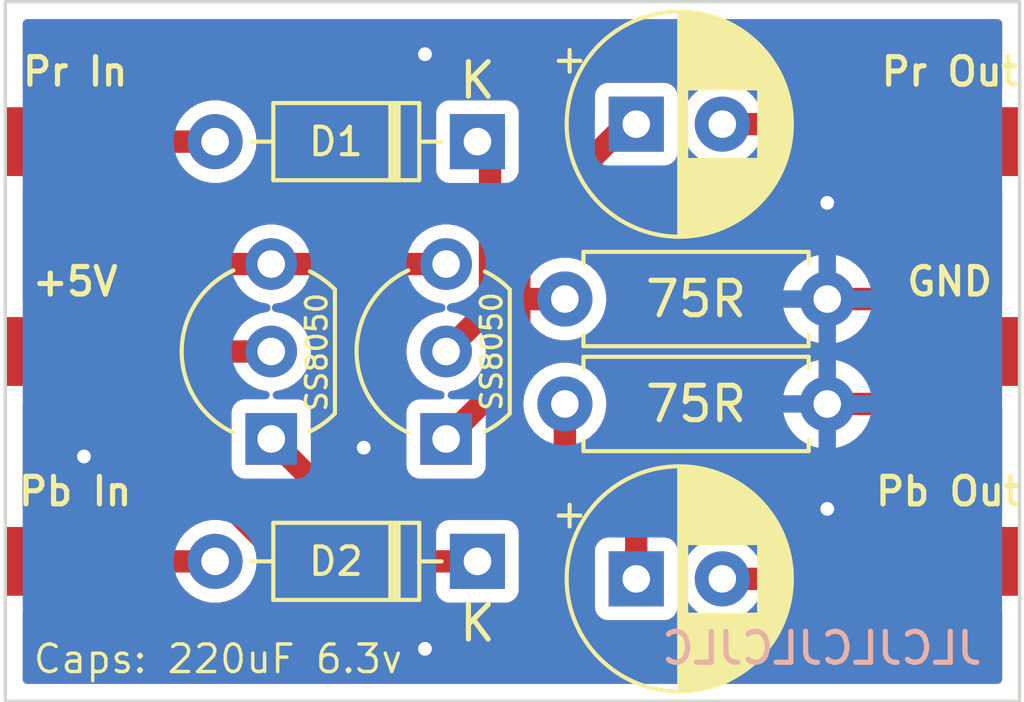
<source format=kicad_pcb>
(kicad_pcb (version 20221018) (generator pcbnew)
  (layers (0 "F.Cu" signal) (31 "B.Cu" signal) (34 "B.Paste" user) (35 "F.Paste" user) (36 "B.SilkS" user "B.Silkscreen") (37 "F.SilkS" user "F.Silkscreen") (38 "B.Mask" user) (39 "F.Mask" user) (44 "Edge.Cuts" user))
  (net 0 "")
  (net 1 "Net-(Q1-E)")
  (net 2 "Net-(J5-Pin_1)")
  (net 3 "Net-(D1-K)")
  (net 4 "Net-(D1-A)")
  (net 5 "+5V")
  (net 6 "GND")
  (net 7 "Net-(J6-Pin_1)")
  (net 8 "Net-(Q2-E)")
  (net 9 "Net-(D2-K)")
  (net 10 "Net-(D2-A)")
  (footprint "Package_TO_SOT_THT:TO-92_Inline_Wide" (layer "F.Cu") (at 122.534 67.056 90)
    (fp_text reference "Q1" hide)
    (fp_text value "S8050/SS8050" hide)
    (fp_line (start 0.74 1.85) (end 4.34 1.85) (stroke (width 0.12)) (layer "F.SilkS"))
    (fp_arc (start 0.1836 -1.098807) (mid 1.143021 -2.192817) (end 2.54 -2.6) (stroke (width 0.12)) (layer "F.SilkS"))
    (fp_arc (start 0.74 1.85) (mid 0.446097 1.509328) (end 0.215816 1.122795) (stroke (width 0.12)) (layer "F.SilkS"))
    (fp_arc (start 2.54 -2.6) (mid 3.936979 -2.192818) (end 4.8964 -1.098807) (stroke (width 0.12)) (layer "F.SilkS"))
    (fp_arc (start 4.864184 1.122795) (mid 4.633903 1.509328) (end 4.34 1.85) (stroke (width 0.12)) (layer "F.SilkS"))
    (pad "1" thru_hole rect (at 0 0 90) (size 1.5 1.5) (drill 0.8) (layers "*.Cu" "*.Mask") (net 1 "Net-(Q1-E)"))
    (pad "2" thru_hole circle (at 2.54 0 90) (size 1.5 1.5) (drill 0.8) (layers "*.Cu" "*.Mask") (net 3 "Net-(D1-K)"))
    (pad "3" thru_hole circle (at 5.08 0 90) (size 1.5 1.5) (drill 0.8) (layers "*.Cu" "*.Mask") (net 5 "+5V"))
  )
  (footprint "Custom:SolderWirePad_1x01_SMD_2x4mm" (layer "F.Cu") (at 111.76 58.42 90)
    (fp_text reference "J1" hide)
    (fp_text value "Pr In" (at 2.032 0 180) (layer "F.SilkS") (effects (font (size 0.8 0.8))))
    (pad "1" smd rect (at 0 0 90) (size 2 4) (layers "F.Cu" "F.Paste" "F.Mask") (net 4 "Net-(D1-A)"))
  )
  (footprint "Capacitor_THT:CP_Radial_D6.3mm_P2.50mm" (layer "F.Cu") (at 128.056 57.912)
    (fp_text reference "C1" hide)
    (fp_text value "220uF 6.3V" hide)
    (fp_line (start -2.250241 -1.839) (end -1.620241 -1.839) (stroke (width 0.12)) (layer "F.SilkS"))
    (fp_line (start -1.935241 -2.154) (end -1.935241 -1.524) (stroke (width 0.12)) (layer "F.SilkS"))
    (fp_line (start 1.25 -3.23) (end 1.25 3.23) (stroke (width 0.12)) (layer "F.SilkS"))
    (fp_line (start 1.29 -3.23) (end 1.29 3.23) (stroke (width 0.12)) (layer "F.SilkS"))
    (fp_line (start 1.33 -3.23) (end 1.33 3.23) (stroke (width 0.12)) (layer "F.SilkS"))
    (fp_line (start 1.37 -3.228) (end 1.37 3.228) (stroke (width 0.12)) (layer "F.SilkS"))
    (fp_line (start 1.41 -3.227) (end 1.41 3.227) (stroke (width 0.12)) (layer "F.SilkS"))
    (fp_line (start 1.45 -3.224) (end 1.45 3.224) (stroke (width 0.12)) (layer "F.SilkS"))
    (fp_line (start 1.49 -3.222) (end 1.49 -1.04) (stroke (width 0.12)) (layer "F.SilkS"))
    (fp_line (start 1.49 1.04) (end 1.49 3.222) (stroke (width 0.12)) (layer "F.SilkS"))
    (fp_line (start 1.53 -3.218) (end 1.53 -1.04) (stroke (width 0.12)) (layer "F.SilkS"))
    (fp_line (start 1.53 1.04) (end 1.53 3.218) (stroke (width 0.12)) (layer "F.SilkS"))
    (fp_line (start 1.57 -3.215) (end 1.57 -1.04) (stroke (width 0.12)) (layer "F.SilkS"))
    (fp_line (start 1.57 1.04) (end 1.57 3.215) (stroke (width 0.12)) (layer "F.SilkS"))
    (fp_line (start 1.61 -3.211) (end 1.61 -1.04) (stroke (width 0.12)) (layer "F.SilkS"))
    (fp_line (start 1.61 1.04) (end 1.61 3.211) (stroke (width 0.12)) (layer "F.SilkS"))
    (fp_line (start 1.65 -3.206) (end 1.65 -1.04) (stroke (width 0.12)) (layer "F.SilkS"))
    (fp_line (start 1.65 1.04) (end 1.65 3.206) (stroke (width 0.12)) (layer "F.SilkS"))
    (fp_line (start 1.69 -3.201) (end 1.69 -1.04) (stroke (width 0.12)) (layer "F.SilkS"))
    (fp_line (start 1.69 1.04) (end 1.69 3.201) (stroke (width 0.12)) (layer "F.SilkS"))
    (fp_line (start 1.73 -3.195) (end 1.73 -1.04) (stroke (width 0.12)) (layer "F.SilkS"))
    (fp_line (start 1.73 1.04) (end 1.73 3.195) (stroke (width 0.12)) (layer "F.SilkS"))
    (fp_line (start 1.77 -3.189) (end 1.77 -1.04) (stroke (width 0.12)) (layer "F.SilkS"))
    (fp_line (start 1.77 1.04) (end 1.77 3.189) (stroke (width 0.12)) (layer "F.SilkS"))
    (fp_line (start 1.81 -3.182) (end 1.81 -1.04) (stroke (width 0.12)) (layer "F.SilkS"))
    (fp_line (start 1.81 1.04) (end 1.81 3.182) (stroke (width 0.12)) (layer "F.SilkS"))
    (fp_line (start 1.85 -3.175) (end 1.85 -1.04) (stroke (width 0.12)) (layer "F.SilkS"))
    (fp_line (start 1.85 1.04) (end 1.85 3.175) (stroke (width 0.12)) (layer "F.SilkS"))
    (fp_line (start 1.89 -3.167) (end 1.89 -1.04) (stroke (width 0.12)) (layer "F.SilkS"))
    (fp_line (start 1.89 1.04) (end 1.89 3.167) (stroke (width 0.12)) (layer "F.SilkS"))
    (fp_line (start 1.93 -3.159) (end 1.93 -1.04) (stroke (width 0.12)) (layer "F.SilkS"))
    (fp_line (start 1.93 1.04) (end 1.93 3.159) (stroke (width 0.12)) (layer "F.SilkS"))
    (fp_line (start 1.971 -3.15) (end 1.971 -1.04) (stroke (width 0.12)) (layer "F.SilkS"))
    (fp_line (start 1.971 1.04) (end 1.971 3.15) (stroke (width 0.12)) (layer "F.SilkS"))
    (fp_line (start 2.011 -3.141) (end 2.011 -1.04) (stroke (width 0.12)) (layer "F.SilkS"))
    (fp_line (start 2.011 1.04) (end 2.011 3.141) (stroke (width 0.12)) (layer "F.SilkS"))
    (fp_line (start 2.051 -3.131) (end 2.051 -1.04) (stroke (width 0.12)) (layer "F.SilkS"))
    (fp_line (start 2.051 1.04) (end 2.051 3.131) (stroke (width 0.12)) (layer "F.SilkS"))
    (fp_line (start 2.091 -3.121) (end 2.091 -1.04) (stroke (width 0.12)) (layer "F.SilkS"))
    (fp_line (start 2.091 1.04) (end 2.091 3.121) (stroke (width 0.12)) (layer "F.SilkS"))
    (fp_line (start 2.131 -3.11) (end 2.131 -1.04) (stroke (width 0.12)) (layer "F.SilkS"))
    (fp_line (start 2.131 1.04) (end 2.131 3.11) (stroke (width 0.12)) (layer "F.SilkS"))
    (fp_line (start 2.171 -3.098) (end 2.171 -1.04) (stroke (width 0.12)) (layer "F.SilkS"))
    (fp_line (start 2.171 1.04) (end 2.171 3.098) (stroke (width 0.12)) (layer "F.SilkS"))
    (fp_line (start 2.211 -3.086) (end 2.211 -1.04) (stroke (width 0.12)) (layer "F.SilkS"))
    (fp_line (start 2.211 1.04) (end 2.211 3.086) (stroke (width 0.12)) (layer "F.SilkS"))
    (fp_line (start 2.251 -3.074) (end 2.251 -1.04) (stroke (width 0.12)) (layer "F.SilkS"))
    (fp_line (start 2.251 1.04) (end 2.251 3.074) (stroke (width 0.12)) (layer "F.SilkS"))
    (fp_line (start 2.291 -3.061) (end 2.291 -1.04) (stroke (width 0.12)) (layer "F.SilkS"))
    (fp_line (start 2.291 1.04) (end 2.291 3.061) (stroke (width 0.12)) (layer "F.SilkS"))
    (fp_line (start 2.331 -3.047) (end 2.331 -1.04) (stroke (width 0.12)) (layer "F.SilkS"))
    (fp_line (start 2.331 1.04) (end 2.331 3.047) (stroke (width 0.12)) (layer "F.SilkS"))
    (fp_line (start 2.371 -3.033) (end 2.371 -1.04) (stroke (width 0.12)) (layer "F.SilkS"))
    (fp_line (start 2.371 1.04) (end 2.371 3.033) (stroke (width 0.12)) (layer "F.SilkS"))
    (fp_line (start 2.411 -3.018) (end 2.411 -1.04) (stroke (width 0.12)) (layer "F.SilkS"))
    (fp_line (start 2.411 1.04) (end 2.411 3.018) (stroke (width 0.12)) (layer "F.SilkS"))
    (fp_line (start 2.451 -3.002) (end 2.451 -1.04) (stroke (width 0.12)) (layer "F.SilkS"))
    (fp_line (start 2.451 1.04) (end 2.451 3.002) (stroke (width 0.12)) (layer "F.SilkS"))
    (fp_line (start 2.491 -2.986) (end 2.491 -1.04) (stroke (width 0.12)) (layer "F.SilkS"))
    (fp_line (start 2.491 1.04) (end 2.491 2.986) (stroke (width 0.12)) (layer "F.SilkS"))
    (fp_line (start 2.531 -2.97) (end 2.531 -1.04) (stroke (width 0.12)) (layer "F.SilkS"))
    (fp_line (start 2.531 1.04) (end 2.531 2.97) (stroke (width 0.12)) (layer "F.SilkS"))
    (fp_line (start 2.571 -2.952) (end 2.571 -1.04) (stroke (width 0.12)) (layer "F.SilkS"))
    (fp_line (start 2.571 1.04) (end 2.571 2.952) (stroke (width 0.12)) (layer "F.SilkS"))
    (fp_line (start 2.611 -2.934) (end 2.611 -1.04) (stroke (width 0.12)) (layer "F.SilkS"))
    (fp_line (start 2.611 1.04) (end 2.611 2.934) (stroke (width 0.12)) (layer "F.SilkS"))
    (fp_line (start 2.651 -2.916) (end 2.651 -1.04) (stroke (width 0.12)) (layer "F.SilkS"))
    (fp_line (start 2.651 1.04) (end 2.651 2.916) (stroke (width 0.12)) (layer "F.SilkS"))
    (fp_line (start 2.691 -2.896) (end 2.691 -1.04) (stroke (width 0.12)) (layer "F.SilkS"))
    (fp_line (start 2.691 1.04) (end 2.691 2.896) (stroke (width 0.12)) (layer "F.SilkS"))
    (fp_line (start 2.731 -2.876) (end 2.731 -1.04) (stroke (width 0.12)) (layer "F.SilkS"))
    (fp_line (start 2.731 1.04) (end 2.731 2.876) (stroke (width 0.12)) (layer "F.SilkS"))
    (fp_line (start 2.771 -2.856) (end 2.771 -1.04) (stroke (width 0.12)) (layer "F.SilkS"))
    (fp_line (start 2.771 1.04) (end 2.771 2.856) (stroke (width 0.12)) (layer "F.SilkS"))
    (fp_line (start 2.811 -2.834) (end 2.811 -1.04) (stroke (width 0.12)) (layer "F.SilkS"))
    (fp_line (start 2.811 1.04) (end 2.811 2.834) (stroke (width 0.12)) (layer "F.SilkS"))
    (fp_line (start 2.851 -2.812) (end 2.851 -1.04) (stroke (width 0.12)) (layer "F.SilkS"))
    (fp_line (start 2.851 1.04) (end 2.851 2.812) (stroke (width 0.12)) (layer "F.SilkS"))
    (fp_line (start 2.891 -2.79) (end 2.891 -1.04) (stroke (width 0.12)) (layer "F.SilkS"))
    (fp_line (start 2.891 1.04) (end 2.891 2.79) (stroke (width 0.12)) (layer "F.SilkS"))
    (fp_line (start 2.931 -2.766) (end 2.931 -1.04) (stroke (width 0.12)) (layer "F.SilkS"))
    (fp_line (start 2.931 1.04) (end 2.931 2.766) (stroke (width 0.12)) (layer "F.SilkS"))
    (fp_line (start 2.971 -2.742) (end 2.971 -1.04) (stroke (width 0.12)) (layer "F.SilkS"))
    (fp_line (start 2.971 1.04) (end 2.971 2.742) (stroke (width 0.12)) (layer "F.SilkS"))
    (fp_line (start 3.011 -2.716) (end 3.011 -1.04) (stroke (width 0.12)) (layer "F.SilkS"))
    (fp_line (start 3.011 1.04) (end 3.011 2.716) (stroke (width 0.12)) (layer "F.SilkS"))
    (fp_line (start 3.051 -2.69) (end 3.051 -1.04) (stroke (width 0.12)) (layer "F.SilkS"))
    (fp_line (start 3.051 1.04) (end 3.051 2.69) (stroke (width 0.12)) (layer "F.SilkS"))
    (fp_line (start 3.091 -2.664) (end 3.091 -1.04) (stroke (width 0.12)) (layer "F.SilkS"))
    (fp_line (start 3.091 1.04) (end 3.091 2.664) (stroke (width 0.12)) (layer "F.SilkS"))
    (fp_line (start 3.131 -2.636) (end 3.131 -1.04) (stroke (width 0.12)) (layer "F.SilkS"))
    (fp_line (start 3.131 1.04) (end 3.131 2.636) (stroke (width 0.12)) (layer "F.SilkS"))
    (fp_line (start 3.171 -2.607) (end 3.171 -1.04) (stroke (width 0.12)) (layer "F.SilkS"))
    (fp_line (start 3.171 1.04) (end 3.171 2.607) (stroke (width 0.12)) (layer "F.SilkS"))
    (fp_line (start 3.211 -2.578) (end 3.211 -1.04) (stroke (width 0.12)) (layer "F.SilkS"))
    (fp_line (start 3.211 1.04) (end 3.211 2.578) (stroke (width 0.12)) (layer "F.SilkS"))
    (fp_line (start 3.251 -2.548) (end 3.251 -1.04) (stroke (width 0.12)) (layer "F.SilkS"))
    (fp_line (start 3.251 1.04) (end 3.251 2.548) (stroke (width 0.12)) (layer "F.SilkS"))
    (fp_line (start 3.291 -2.516) (end 3.291 -1.04) (stroke (width 0.12)) (layer "F.SilkS"))
    (fp_line (start 3.291 1.04) (end 3.291 2.516) (stroke (width 0.12)) (layer "F.SilkS"))
    (fp_line (start 3.331 -2.484) (end 3.331 -1.04) (stroke (width 0.12)) (layer "F.SilkS"))
    (fp_line (start 3.331 1.04) (end 3.331 2.484) (stroke (width 0.12)) (layer "F.SilkS"))
    (fp_line (start 3.371 -2.45) (end 3.371 -1.04) (stroke (width 0.12)) (layer "F.SilkS"))
    (fp_line (start 3.371 1.04) (end 3.371 2.45) (stroke (width 0.12)) (layer "F.SilkS"))
    (fp_line (start 3.411 -2.416) (end 3.411 -1.04) (stroke (width 0.12)) (layer "F.SilkS"))
    (fp_line (start 3.411 1.04) (end 3.411 2.416) (stroke (width 0.12)) (layer "F.SilkS"))
    (fp_line (start 3.451 -2.38) (end 3.451 -1.04) (stroke (width 0.12)) (layer "F.SilkS"))
    (fp_line (start 3.451 1.04) (end 3.451 2.38) (stroke (width 0.12)) (layer "F.SilkS"))
    (fp_line (start 3.491 -2.343) (end 3.491 -1.04) (stroke (width 0.12)) (layer "F.SilkS"))
    (fp_line (start 3.491 1.04) (end 3.491 2.343) (stroke (width 0.12)) (layer "F.SilkS"))
    (fp_line (start 3.531 -2.305) (end 3.531 -1.04) (stroke (width 0.12)) (layer "F.SilkS"))
    (fp_line (start 3.531 1.04) (end 3.531 2.305) (stroke (width 0.12)) (layer "F.SilkS"))
    (fp_line (start 3.571 -2.265) (end 3.571 2.265) (stroke (width 0.12)) (layer "F.SilkS"))
    (fp_line (start 3.611 -2.224) (end 3.611 2.224) (stroke (width 0.12)) (layer "F.SilkS"))
    (fp_line (start 3.651 -2.182) (end 3.651 2.182) (stroke (width 0.12)) (layer "F.SilkS"))
    (fp_line (start 3.691 -2.137) (end 3.691 2.137) (stroke (width 0.12)) (layer "F.SilkS"))
    (fp_line (start 3.731 -2.092) (end 3.731 2.092) (stroke (width 0.12)) (layer "F.SilkS"))
    (fp_line (start 3.771 -2.044) (end 3.771 2.044) (stroke (width 0.12)) (layer "F.SilkS"))
    (fp_line (start 3.811 -1.995) (end 3.811 1.995) (stroke (width 0.12)) (layer "F.SilkS"))
    (fp_line (start 3.851 -1.944) (end 3.851 1.944) (stroke (width 0.12)) (layer "F.SilkS"))
    (fp_line (start 3.891 -1.89) (end 3.891 1.89) (stroke (width 0.12)) (layer "F.SilkS"))
    (fp_line (start 3.931 -1.834) (end 3.931 1.834) (stroke (width 0.12)) (layer "F.SilkS"))
    (fp_line (start 3.971 -1.776) (end 3.971 1.776) (stroke (width 0.12)) (layer "F.SilkS"))
    (fp_line (start 4.011 -1.714) (end 4.011 1.714) (stroke (width 0.12)) (layer "F.SilkS"))
    (fp_line (start 4.051 -1.65) (end 4.051 1.65) (stroke (width 0.12)) (layer "F.SilkS"))
    (fp_line (start 4.091 -1.581) (end 4.091 1.581) (stroke (width 0.12)) (layer "F.SilkS"))
    (fp_line (start 4.131 -1.509) (end 4.131 1.509) (stroke (width 0.12)) (layer "F.SilkS"))
    (fp_line (start 4.171 -1.432) (end 4.171 1.432) (stroke (width 0.12)) (layer "F.SilkS"))
    (fp_line (start 4.211 -1.35) (end 4.211 1.35) (stroke (width 0.12)) (layer "F.SilkS"))
    (fp_line (start 4.251 -1.262) (end 4.251 1.262) (stroke (width 0.12)) (layer "F.SilkS"))
    (fp_line (start 4.291 -1.165) (end 4.291 1.165) (stroke (width 0.12)) (layer "F.SilkS"))
    (fp_line (start 4.331 -1.059) (end 4.331 1.059) (stroke (width 0.12)) (layer "F.SilkS"))
    (fp_line (start 4.371 -0.94) (end 4.371 0.94) (stroke (width 0.12)) (layer "F.SilkS"))
    (fp_line (start 4.411 -0.802) (end 4.411 0.802) (stroke (width 0.12)) (layer "F.SilkS"))
    (fp_line (start 4.451 -0.633) (end 4.451 0.633) (stroke (width 0.12)) (layer "F.SilkS"))
    (fp_line (start 4.491 -0.402) (end 4.491 0.402) (stroke (width 0.12)) (layer "F.SilkS"))
    (fp_circle (center 1.25 0) (end 4.52 0) (stroke (width 0.12)) (fill none) (layer "F.SilkS"))
    (pad "1" thru_hole rect (at 0 0) (size 1.6 1.6) (drill 0.8) (layers "*.Cu" "*.Mask") (net 1 "Net-(Q1-E)"))
    (pad "2" thru_hole circle (at 2.5 0) (size 1.6 1.6) (drill 0.8) (layers "*.Cu" "*.Mask") (net 2 "Net-(J5-Pin_1)"))
  )
  (footprint "Custom:SolderWirePad_1x01_SMD_2x4mm" (layer "F.Cu") (at 111.76 64.516 90)
    (fp_text reference "J3" hide)
    (fp_text value "+5V" (at 2.032 0 180) (layer "F.SilkS") (effects (font (size 0.8 0.8))))
    (pad "1" smd rect (at 0 0 90) (size 2 4) (layers "F.Cu" "F.Paste" "F.Mask") (net 5 "+5V"))
  )
  (footprint "Custom:SolderWirePad_1x01_SMD_2x4mm" (layer "F.Cu") (at 111.76 70.612 90)
    (fp_text reference "J2" hide)
    (fp_text value "Pb In" (at 2.032 0 180) (layer "F.SilkS") (effects (font (size 0.8 0.8))))
    (pad "1" smd rect (at 0 0 90) (size 2 4) (layers "F.Cu" "F.Paste" "F.Mask") (net 10 "Net-(D2-A)"))
  )
  (footprint "Diode_THT:D_DO-35_SOD27_P7.62mm_Horizontal" (layer "F.Cu") (at 123.444 58.42 180)
    (fp_text reference "D1" hide)
    (fp_text value "1N4148" hide)
    (fp_text user "${REFERENCE}" (at 4.11 0) (layer "F.SilkS") (effects (font (size 0.8 0.8) (thickness 0.12))))
    (fp_text user "K" (at 0 1.778) (layer "F.SilkS"))
    (fp_line (start 1.04 0) (end 1.69 0) (stroke (width 0.12)) (layer "F.SilkS"))
    (fp_line (start 1.69 -1.12) (end 1.69 1.12) (stroke (width 0.12)) (layer "F.SilkS"))
    (fp_line (start 1.69 1.12) (end 5.93 1.12) (stroke (width 0.12)) (layer "F.SilkS"))
    (fp_line (start 2.29 -1.12) (end 2.29 1.12) (stroke (width 0.12)) (layer "F.SilkS"))
    (fp_line (start 2.41 -1.12) (end 2.41 1.12) (stroke (width 0.12)) (layer "F.SilkS"))
    (fp_line (start 2.53 -1.12) (end 2.53 1.12) (stroke (width 0.12)) (layer "F.SilkS"))
    (fp_line (start 5.93 -1.12) (end 1.69 -1.12) (stroke (width 0.12)) (layer "F.SilkS"))
    (fp_line (start 5.93 1.12) (end 5.93 -1.12) (stroke (width 0.12)) (layer "F.SilkS"))
    (fp_line (start 6.58 0) (end 5.93 0) (stroke (width 0.12)) (layer "F.SilkS"))
    (pad "1" thru_hole rect (at 0 0 180) (size 1.6 1.6) (drill 0.8) (layers "*.Cu" "*.Mask") (net 3 "Net-(D1-K)"))
    (pad "2" thru_hole oval (at 7.62 0 180) (size 1.6 1.6) (drill 0.8) (layers "*.Cu" "*.Mask") (net 4 "Net-(D1-A)"))
  )
  (footprint "Capacitor_THT:CP_Radial_D6.3mm_P2.50mm" (layer "F.Cu") (at 128.056 71.12)
    (fp_text reference "C2" hide)
    (fp_text value "220uF 6.3V" hide)
    (fp_line (start -2.250241 -1.839) (end -1.620241 -1.839) (stroke (width 0.12)) (layer "F.SilkS"))
    (fp_line (start -1.935241 -2.154) (end -1.935241 -1.524) (stroke (width 0.12)) (layer "F.SilkS"))
    (fp_line (start 1.25 -3.23) (end 1.25 3.23) (stroke (width 0.12)) (layer "F.SilkS"))
    (fp_line (start 1.29 -3.23) (end 1.29 3.23) (stroke (width 0.12)) (layer "F.SilkS"))
    (fp_line (start 1.33 -3.23) (end 1.33 3.23) (stroke (width 0.12)) (layer "F.SilkS"))
    (fp_line (start 1.37 -3.228) (end 1.37 3.228) (stroke (width 0.12)) (layer "F.SilkS"))
    (fp_line (start 1.41 -3.227) (end 1.41 3.227) (stroke (width 0.12)) (layer "F.SilkS"))
    (fp_line (start 1.45 -3.224) (end 1.45 3.224) (stroke (width 0.12)) (layer "F.SilkS"))
    (fp_line (start 1.49 -3.222) (end 1.49 -1.04) (stroke (width 0.12)) (layer "F.SilkS"))
    (fp_line (start 1.49 1.04) (end 1.49 3.222) (stroke (width 0.12)) (layer "F.SilkS"))
    (fp_line (start 1.53 -3.218) (end 1.53 -1.04) (stroke (width 0.12)) (layer "F.SilkS"))
    (fp_line (start 1.53 1.04) (end 1.53 3.218) (stroke (width 0.12)) (layer "F.SilkS"))
    (fp_line (start 1.57 -3.215) (end 1.57 -1.04) (stroke (width 0.12)) (layer "F.SilkS"))
    (fp_line (start 1.57 1.04) (end 1.57 3.215) (stroke (width 0.12)) (layer "F.SilkS"))
    (fp_line (start 1.61 -3.211) (end 1.61 -1.04) (stroke (width 0.12)) (layer "F.SilkS"))
    (fp_line (start 1.61 1.04) (end 1.61 3.211) (stroke (width 0.12)) (layer "F.SilkS"))
    (fp_line (start 1.65 -3.206) (end 1.65 -1.04) (stroke (width 0.12)) (layer "F.SilkS"))
    (fp_line (start 1.65 1.04) (end 1.65 3.206) (stroke (width 0.12)) (layer "F.SilkS"))
    (fp_line (start 1.69 -3.201) (end 1.69 -1.04) (stroke (width 0.12)) (layer "F.SilkS"))
    (fp_line (start 1.69 1.04) (end 1.69 3.201) (stroke (width 0.12)) (layer "F.SilkS"))
    (fp_line (start 1.73 -3.195) (end 1.73 -1.04) (stroke (width 0.12)) (layer "F.SilkS"))
    (fp_line (start 1.73 1.04) (end 1.73 3.195) (stroke (width 0.12)) (layer "F.SilkS"))
    (fp_line (start 1.77 -3.189) (end 1.77 -1.04) (stroke (width 0.12)) (layer "F.SilkS"))
    (fp_line (start 1.77 1.04) (end 1.77 3.189) (stroke (width 0.12)) (layer "F.SilkS"))
    (fp_line (start 1.81 -3.182) (end 1.81 -1.04) (stroke (width 0.12)) (layer "F.SilkS"))
    (fp_line (start 1.81 1.04) (end 1.81 3.182) (stroke (width 0.12)) (layer "F.SilkS"))
    (fp_line (start 1.85 -3.175) (end 1.85 -1.04) (stroke (width 0.12)) (layer "F.SilkS"))
    (fp_line (start 1.85 1.04) (end 1.85 3.175) (stroke (width 0.12)) (layer "F.SilkS"))
    (fp_line (start 1.89 -3.167) (end 1.89 -1.04) (stroke (width 0.12)) (layer "F.SilkS"))
    (fp_line (start 1.89 1.04) (end 1.89 3.167) (stroke (width 0.12)) (layer "F.SilkS"))
    (fp_line (start 1.93 -3.159) (end 1.93 -1.04) (stroke (width 0.12)) (layer "F.SilkS"))
    (fp_line (start 1.93 1.04) (end 1.93 3.159) (stroke (width 0.12)) (layer "F.SilkS"))
    (fp_line (start 1.971 -3.15) (end 1.971 -1.04) (stroke (width 0.12)) (layer "F.SilkS"))
    (fp_line (start 1.971 1.04) (end 1.971 3.15) (stroke (width 0.12)) (layer "F.SilkS"))
    (fp_line (start 2.011 -3.141) (end 2.011 -1.04) (stroke (width 0.12)) (layer "F.SilkS"))
    (fp_line (start 2.011 1.04) (end 2.011 3.141) (stroke (width 0.12)) (layer "F.SilkS"))
    (fp_line (start 2.051 -3.131) (end 2.051 -1.04) (stroke (width 0.12)) (layer "F.SilkS"))
    (fp_line (start 2.051 1.04) (end 2.051 3.131) (stroke (width 0.12)) (layer "F.SilkS"))
    (fp_line (start 2.091 -3.121) (end 2.091 -1.04) (stroke (width 0.12)) (layer "F.SilkS"))
    (fp_line (start 2.091 1.04) (end 2.091 3.121) (stroke (width 0.12)) (layer "F.SilkS"))
    (fp_line (start 2.131 -3.11) (end 2.131 -1.04) (stroke (width 0.12)) (layer "F.SilkS"))
    (fp_line (start 2.131 1.04) (end 2.131 3.11) (stroke (width 0.12)) (layer "F.SilkS"))
    (fp_line (start 2.171 -3.098) (end 2.171 -1.04) (stroke (width 0.12)) (layer "F.SilkS"))
    (fp_line (start 2.171 1.04) (end 2.171 3.098) (stroke (width 0.12)) (layer "F.SilkS"))
    (fp_line (start 2.211 -3.086) (end 2.211 -1.04) (stroke (width 0.12)) (layer "F.SilkS"))
    (fp_line (start 2.211 1.04) (end 2.211 3.086) (stroke (width 0.12)) (layer "F.SilkS"))
    (fp_line (start 2.251 -3.074) (end 2.251 -1.04) (stroke (width 0.12)) (layer "F.SilkS"))
    (fp_line (start 2.251 1.04) (end 2.251 3.074) (stroke (width 0.12)) (layer "F.SilkS"))
    (fp_line (start 2.291 -3.061) (end 2.291 -1.04) (stroke (width 0.12)) (layer "F.SilkS"))
    (fp_line (start 2.291 1.04) (end 2.291 3.061) (stroke (width 0.12)) (layer "F.SilkS"))
    (fp_line (start 2.331 -3.047) (end 2.331 -1.04) (stroke (width 0.12)) (layer "F.SilkS"))
    (fp_line (start 2.331 1.04) (end 2.331 3.047) (stroke (width 0.12)) (layer "F.SilkS"))
    (fp_line (start 2.371 -3.033) (end 2.371 -1.04) (stroke (width 0.12)) (layer "F.SilkS"))
    (fp_line (start 2.371 1.04) (end 2.371 3.033) (stroke (width 0.12)) (layer "F.SilkS"))
    (fp_line (start 2.411 -3.018) (end 2.411 -1.04) (stroke (width 0.12)) (layer "F.SilkS"))
    (fp_line (start 2.411 1.04) (end 2.411 3.018) (stroke (width 0.12)) (layer "F.SilkS"))
    (fp_line (start 2.451 -3.002) (end 2.451 -1.04) (stroke (width 0.12)) (layer "F.SilkS"))
    (fp_line (start 2.451 1.04) (end 2.451 3.002) (stroke (width 0.12)) (layer "F.SilkS"))
    (fp_line (start 2.491 -2.986) (end 2.491 -1.04) (stroke (width 0.12)) (layer "F.SilkS"))
    (fp_line (start 2.491 1.04) (end 2.491 2.986) (stroke (width 0.12)) (layer "F.SilkS"))
    (fp_line (start 2.531 -2.97) (end 2.531 -1.04) (stroke (width 0.12)) (layer "F.SilkS"))
    (fp_line (start 2.531 1.04) (end 2.531 2.97) (stroke (width 0.12)) (layer "F.SilkS"))
    (fp_line (start 2.571 -2.952) (end 2.571 -1.04) (stroke (width 0.12)) (layer "F.SilkS"))
    (fp_line (start 2.571 1.04) (end 2.571 2.952) (stroke (width 0.12)) (layer "F.SilkS"))
    (fp_line (start 2.611 -2.934) (end 2.611 -1.04) (stroke (width 0.12)) (layer "F.SilkS"))
    (fp_line (start 2.611 1.04) (end 2.611 2.934) (stroke (width 0.12)) (layer "F.SilkS"))
    (fp_line (start 2.651 -2.916) (end 2.651 -1.04) (stroke (width 0.12)) (layer "F.SilkS"))
    (fp_line (start 2.651 1.04) (end 2.651 2.916) (stroke (width 0.12)) (layer "F.SilkS"))
    (fp_line (start 2.691 -2.896) (end 2.691 -1.04) (stroke (width 0.12)) (layer "F.SilkS"))
    (fp_line (start 2.691 1.04) (end 2.691 2.896) (stroke (width 0.12)) (layer "F.SilkS"))
    (fp_line (start 2.731 -2.876) (end 2.731 -1.04) (stroke (width 0.12)) (layer "F.SilkS"))
    (fp_line (start 2.731 1.04) (end 2.731 2.876) (stroke (width 0.12)) (layer "F.SilkS"))
    (fp_line (start 2.771 -2.856) (end 2.771 -1.04) (stroke (width 0.12)) (layer "F.SilkS"))
    (fp_line (start 2.771 1.04) (end 2.771 2.856) (stroke (width 0.12)) (layer "F.SilkS"))
    (fp_line (start 2.811 -2.834) (end 2.811 -1.04) (stroke (width 0.12)) (layer "F.SilkS"))
    (fp_line (start 2.811 1.04) (end 2.811 2.834) (stroke (width 0.12)) (layer "F.SilkS"))
    (fp_line (start 2.851 -2.812) (end 2.851 -1.04) (stroke (width 0.12)) (layer "F.SilkS"))
    (fp_line (start 2.851 1.04) (end 2.851 2.812) (stroke (width 0.12)) (layer "F.SilkS"))
    (fp_line (start 2.891 -2.79) (end 2.891 -1.04) (stroke (width 0.12)) (layer "F.SilkS"))
    (fp_line (start 2.891 1.04) (end 2.891 2.79) (stroke (width 0.12)) (layer "F.SilkS"))
    (fp_line (start 2.931 -2.766) (end 2.931 -1.04) (stroke (width 0.12)) (layer "F.SilkS"))
    (fp_line (start 2.931 1.04) (end 2.931 2.766) (stroke (width 0.12)) (layer "F.SilkS"))
    (fp_line (start 2.971 -2.742) (end 2.971 -1.04) (stroke (width 0.12)) (layer "F.SilkS"))
    (fp_line (start 2.971 1.04) (end 2.971 2.742) (stroke (width 0.12)) (layer "F.SilkS"))
    (fp_line (start 3.011 -2.716) (end 3.011 -1.04) (stroke (width 0.12)) (layer "F.SilkS"))
    (fp_line (start 3.011 1.04) (end 3.011 2.716) (stroke (width 0.12)) (layer "F.SilkS"))
    (fp_line (start 3.051 -2.69) (end 3.051 -1.04) (stroke (width 0.12)) (layer "F.SilkS"))
    (fp_line (start 3.051 1.04) (end 3.051 2.69) (stroke (width 0.12)) (layer "F.SilkS"))
    (fp_line (start 3.091 -2.664) (end 3.091 -1.04) (stroke (width 0.12)) (layer "F.SilkS"))
    (fp_line (start 3.091 1.04) (end 3.091 2.664) (stroke (width 0.12)) (layer "F.SilkS"))
    (fp_line (start 3.131 -2.636) (end 3.131 -1.04) (stroke (width 0.12)) (layer "F.SilkS"))
    (fp_line (start 3.131 1.04) (end 3.131 2.636) (stroke (width 0.12)) (layer "F.SilkS"))
    (fp_line (start 3.171 -2.607) (end 3.171 -1.04) (stroke (width 0.12)) (layer "F.SilkS"))
    (fp_line (start 3.171 1.04) (end 3.171 2.607) (stroke (width 0.12)) (layer "F.SilkS"))
    (fp_line (start 3.211 -2.578) (end 3.211 -1.04) (stroke (width 0.12)) (layer "F.SilkS"))
    (fp_line (start 3.211 1.04) (end 3.211 2.578) (stroke (width 0.12)) (layer "F.SilkS"))
    (fp_line (start 3.251 -2.548) (end 3.251 -1.04) (stroke (width 0.12)) (layer "F.SilkS"))
    (fp_line (start 3.251 1.04) (end 3.251 2.548) (stroke (width 0.12)) (layer "F.SilkS"))
    (fp_line (start 3.291 -2.516) (end 3.291 -1.04) (stroke (width 0.12)) (layer "F.SilkS"))
    (fp_line (start 3.291 1.04) (end 3.291 2.516) (stroke (width 0.12)) (layer "F.SilkS"))
    (fp_line (start 3.331 -2.484) (end 3.331 -1.04) (stroke (width 0.12)) (layer "F.SilkS"))
    (fp_line (start 3.331 1.04) (end 3.331 2.484) (stroke (width 0.12)) (layer "F.SilkS"))
    (fp_line (start 3.371 -2.45) (end 3.371 -1.04) (stroke (width 0.12)) (layer "F.SilkS"))
    (fp_line (start 3.371 1.04) (end 3.371 2.45) (stroke (width 0.12)) (layer "F.SilkS"))
    (fp_line (start 3.411 -2.416) (end 3.411 -1.04) (stroke (width 0.12)) (layer "F.SilkS"))
    (fp_line (start 3.411 1.04) (end 3.411 2.416) (stroke (width 0.12)) (layer "F.SilkS"))
    (fp_line (start 3.451 -2.38) (end 3.451 -1.04) (stroke (width 0.12)) (layer "F.SilkS"))
    (fp_line (start 3.451 1.04) (end 3.451 2.38) (stroke (width 0.12)) (layer "F.SilkS"))
    (fp_line (start 3.491 -2.343) (end 3.491 -1.04) (stroke (width 0.12)) (layer "F.SilkS"))
    (fp_line (start 3.491 1.04) (end 3.491 2.343) (stroke (width 0.12)) (layer "F.SilkS"))
    (fp_line (start 3.531 -2.305) (end 3.531 -1.04) (stroke (width 0.12)) (layer "F.SilkS"))
    (fp_line (start 3.531 1.04) (end 3.531 2.305) (stroke (width 0.12)) (layer "F.SilkS"))
    (fp_line (start 3.571 -2.265) (end 3.571 2.265) (stroke (width 0.12)) (layer "F.SilkS"))
    (fp_line (start 3.611 -2.224) (end 3.611 2.224) (stroke (width 0.12)) (layer "F.SilkS"))
    (fp_line (start 3.651 -2.182) (end 3.651 2.182) (stroke (width 0.12)) (layer "F.SilkS"))
    (fp_line (start 3.691 -2.137) (end 3.691 2.137) (stroke (width 0.12)) (layer "F.SilkS"))
    (fp_line (start 3.731 -2.092) (end 3.731 2.092) (stroke (width 0.12)) (layer "F.SilkS"))
    (fp_line (start 3.771 -2.044) (end 3.771 2.044) (stroke (width 0.12)) (layer "F.SilkS"))
    (fp_line (start 3.811 -1.995) (end 3.811 1.995) (stroke (width 0.12)) (layer "F.SilkS"))
    (fp_line (start 3.851 -1.944) (end 3.851 1.944) (stroke (width 0.12)) (layer "F.SilkS"))
    (fp_line (start 3.891 -1.89) (end 3.891 1.89) (stroke (width 0.12)) (layer "F.SilkS"))
    (fp_line (start 3.931 -1.834) (end 3.931 1.834) (stroke (width 0.12)) (layer "F.SilkS"))
    (fp_line (start 3.971 -1.776) (end 3.971 1.776) (stroke (width 0.12)) (layer "F.SilkS"))
    (fp_line (start 4.011 -1.714) (end 4.011 1.714) (stroke (width 0.12)) (layer "F.SilkS"))
    (fp_line (start 4.051 -1.65) (end 4.051 1.65) (stroke (width 0.12)) (layer "F.SilkS"))
    (fp_line (start 4.091 -1.581) (end 4.091 1.581) (stroke (width 0.12)) (layer "F.SilkS"))
    (fp_line (start 4.131 -1.509) (end 4.131 1.509) (stroke (width 0.12)) (layer "F.SilkS"))
    (fp_line (start 4.171 -1.432) (end 4.171 1.432) (stroke (width 0.12)) (layer "F.SilkS"))
    (fp_line (start 4.211 -1.35) (end 4.211 1.35) (stroke (width 0.12)) (layer "F.SilkS"))
    (fp_line (start 4.251 -1.262) (end 4.251 1.262) (stroke (width 0.12)) (layer "F.SilkS"))
    (fp_line (start 4.291 -1.165) (end 4.291 1.165) (stroke (width 0.12)) (layer "F.SilkS"))
    (fp_line (start 4.331 -1.059) (end 4.331 1.059) (stroke (width 0.12)) (layer "F.SilkS"))
    (fp_line (start 4.371 -0.94) (end 4.371 0.94) (stroke (width 0.12)) (layer "F.SilkS"))
    (fp_line (start 4.411 -0.802) (end 4.411 0.802) (stroke (width 0.12)) (layer "F.SilkS"))
    (fp_line (start 4.451 -0.633) (end 4.451 0.633) (stroke (width 0.12)) (layer "F.SilkS"))
    (fp_line (start 4.491 -0.402) (end 4.491 0.402) (stroke (width 0.12)) (layer "F.SilkS"))
    (fp_circle (center 1.25 0) (end 4.52 0) (stroke (width 0.12)) (fill none) (layer "F.SilkS"))
    (pad "1" thru_hole rect (at 0 0) (size 1.6 1.6) (drill 0.8) (layers "*.Cu" "*.Mask") (net 8 "Net-(Q2-E)"))
    (pad "2" thru_hole circle (at 2.5 0) (size 1.6 1.6) (drill 0.8) (layers "*.Cu" "*.Mask") (net 7 "Net-(J6-Pin_1)"))
  )
  (footprint "Package_TO_SOT_THT:TO-92_Inline_Wide" (layer "F.Cu") (at 117.454 67.056 90)
    (fp_text reference "Q2" hide)
    (fp_text value "S8050/SS8050" hide)
    (fp_line (start 0.74 1.85) (end 4.34 1.85) (stroke (width 0.12)) (layer "F.SilkS"))
    (fp_arc (start 0.1836 -1.098807) (mid 1.143021 -2.192817) (end 2.54 -2.6) (stroke (width 0.12)) (layer "F.SilkS"))
    (fp_arc (start 0.74 1.85) (mid 0.446097 1.509328) (end 0.215816 1.122795) (stroke (width 0.12)) (layer "F.SilkS"))
    (fp_arc (start 2.54 -2.6) (mid 3.936979 -2.192818) (end 4.8964 -1.098807) (stroke (width 0.12)) (layer "F.SilkS"))
    (fp_arc (start 4.864184 1.122795) (mid 4.633903 1.509328) (end 4.34 1.85) (stroke (width 0.12)) (layer "F.SilkS"))
    (pad "1" thru_hole rect (at 0 0 90) (size 1.5 1.5) (drill 0.8) (layers "*.Cu" "*.Mask") (net 8 "Net-(Q2-E)"))
    (pad "2" thru_hole circle (at 2.54 0 90) (size 1.5 1.5) (drill 0.8) (layers "*.Cu" "*.Mask") (net 9 "Net-(D2-K)"))
    (pad "3" thru_hole circle (at 5.08 0 90) (size 1.5 1.5) (drill 0.8) (layers "*.Cu" "*.Mask") (net 5 "+5V"))
  )
  (footprint "Diode_THT:D_DO-35_SOD27_P7.62mm_Horizontal" (layer "F.Cu") (at 123.444 70.612 180)
    (fp_text reference "D2" hide)
    (fp_text value "1N4148" hide)
    (fp_text user "K" (at 0 -1.8) (layer "F.SilkS"))
    (fp_text user "${REFERENCE}" (at 4.11 0) (layer "F.SilkS") (effects (font (size 0.8 0.8) (thickness 0.12))))
    (fp_line (start 1.04 0) (end 1.69 0) (stroke (width 0.12)) (layer "F.SilkS"))
    (fp_line (start 1.69 -1.12) (end 1.69 1.12) (stroke (width 0.12)) (layer "F.SilkS"))
    (fp_line (start 1.69 1.12) (end 5.93 1.12) (stroke (width 0.12)) (layer "F.SilkS"))
    (fp_line (start 2.29 -1.12) (end 2.29 1.12) (stroke (width 0.12)) (layer "F.SilkS"))
    (fp_line (start 2.41 -1.12) (end 2.41 1.12) (stroke (width 0.12)) (layer "F.SilkS"))
    (fp_line (start 2.53 -1.12) (end 2.53 1.12) (stroke (width 0.12)) (layer "F.SilkS"))
    (fp_line (start 5.93 -1.12) (end 1.69 -1.12) (stroke (width 0.12)) (layer "F.SilkS"))
    (fp_line (start 5.93 1.12) (end 5.93 -1.12) (stroke (width 0.12)) (layer "F.SilkS"))
    (fp_line (start 6.58 0) (end 5.93 0) (stroke (width 0.12)) (layer "F.SilkS"))
    (pad "1" thru_hole rect (at 0 0 180) (size 1.6 1.6) (drill 0.8) (layers "*.Cu" "*.Mask") (net 9 "Net-(D2-K)"))
    (pad "2" thru_hole oval (at 7.62 0 180) (size 1.6 1.6) (drill 0.8) (layers "*.Cu" "*.Mask") (net 10 "Net-(D2-A)"))
  )
  (footprint "Resistor_THT:R_Axial_DIN0207_L6.3mm_D2.5mm_P7.62mm_Horizontal" (layer "F.Cu") (at 125.984 62.992)
    (fp_text reference "R1" hide)
    (fp_text value "75R" (at 3.81 0) (layer "F.SilkS"))
    (fp_line (start 0.54 -1.37) (end 7.08 -1.37) (stroke (width 0.12)) (layer "F.SilkS"))
    (fp_line (start 0.54 -1.04) (end 0.54 -1.37) (stroke (width 0.12)) (layer "F.SilkS"))
    (fp_line (start 0.54 1.04) (end 0.54 1.37) (stroke (width 0.12)) (layer "F.SilkS"))
    (fp_line (start 0.54 1.37) (end 7.08 1.37) (stroke (width 0.12)) (layer "F.SilkS"))
    (fp_line (start 7.08 -1.37) (end 7.08 -1.04) (stroke (width 0.12)) (layer "F.SilkS"))
    (fp_line (start 7.08 1.37) (end 7.08 1.04) (stroke (width 0.12)) (layer "F.SilkS"))
    (pad "1" thru_hole circle (at 0 0) (size 1.6 1.6) (drill 0.8) (layers "*.Cu" "*.Mask") (net 1 "Net-(Q1-E)"))
    (pad "2" thru_hole oval (at 7.62 0) (size 1.6 1.6) (drill 0.8) (layers "*.Cu" "*.Mask") (net 6 "GND"))
  )
  (footprint "Custom:SolderWirePad_1x01_SMD_2x4mm" (layer "F.Cu") (at 137.16 64.516 90)
    (fp_text reference "J4" hide)
    (fp_text value "GND" (at 2.032 0 180) (layer "F.SilkS") (effects (font (size 0.8 0.8))))
    (pad "1" smd rect (at 0 0 90) (size 2 4) (layers "F.Cu" "F.Paste" "F.Mask") (net 6 "GND"))
  )
  (footprint "Custom:SolderWirePad_1x01_SMD_2x4mm" (layer "F.Cu") (at 137.16 58.42 90)
    (fp_text reference "J5" hide)
    (fp_text value "Pr Out" (at 2.032 0 180) (layer "F.SilkS") (effects (font (size 0.8 0.8))))
    (pad "1" smd rect (at 0 0 90) (size 2 4) (layers "F.Cu" "F.Paste" "F.Mask") (net 2 "Net-(J5-Pin_1)"))
  )
  (footprint "Resistor_THT:R_Axial_DIN0207_L6.3mm_D2.5mm_P7.62mm_Horizontal" (layer "F.Cu") (at 125.984 66.04)
    (fp_text reference "R2" hide)
    (fp_text value "75R" (at 3.81 0) (layer "F.SilkS"))
    (fp_line (start 0.54 -1.37) (end 7.08 -1.37) (stroke (width 0.12)) (layer "F.SilkS"))
    (fp_line (start 0.54 -1.04) (end 0.54 -1.37) (stroke (width 0.12)) (layer "F.SilkS"))
    (fp_line (start 0.54 1.04) (end 0.54 1.37) (stroke (width 0.12)) (layer "F.SilkS"))
    (fp_line (start 0.54 1.37) (end 7.08 1.37) (stroke (width 0.12)) (layer "F.SilkS"))
    (fp_line (start 7.08 -1.37) (end 7.08 -1.04) (stroke (width 0.12)) (layer "F.SilkS"))
    (fp_line (start 7.08 1.37) (end 7.08 1.04) (stroke (width 0.12)) (layer "F.SilkS"))
    (pad "1" thru_hole circle (at 0 0) (size 1.6 1.6) (drill 0.8) (layers "*.Cu" "*.Mask") (net 8 "Net-(Q2-E)"))
    (pad "2" thru_hole oval (at 7.62 0) (size 1.6 1.6) (drill 0.8) (layers "*.Cu" "*.Mask") (net 6 "GND"))
  )
  (footprint "Custom:SolderWirePad_1x01_SMD_2x4mm" (layer "F.Cu") (at 137.16 70.612 90)
    (fp_text reference "J6" hide)
    (fp_text value "Pb Out" (at 2.032 -0.0508 180) (layer "F.SilkS") (effects (font (size 0.8 0.8))))
    (pad "1" smd rect (at 0 0 90) (size 2 4) (layers "F.Cu" "F.Paste" "F.Mask") (net 7 "Net-(J6-Pin_1)"))
  )
  (gr_rect (start 109.728 54.356) (end 139.192 74.676) (stroke (width 0.1)) (fill none) (layer "Edge.Cuts"))
  (gr_text "JLCJLCJLCJLC" (at 138.176 73.66) (layer "B.SilkS") (effects (font (size 0.9 0.9)) (justify left bottom mirror)))
  (gr_text "SS8050" (at 124.206 66.294 90) (layer "F.SilkS") (effects (font (size 0.6 0.6) (thickness 0.1)) (justify left bottom)))
  (gr_text "Caps: 220uF 6.3v" (at 110.49 73.914) (layer "F.SilkS") (effects (font (size 0.8 0.8) (thickness 0.1)) (justify left bottom)))
  (gr_text "SS8050" (at 119.126 66.316 90) (layer "F.SilkS") (effects (font (size 0.6 0.6) (thickness 0.1)) (justify left bottom)))
  (segment (start 122.534 67.056) (end 124.659001 64.930999) (width 0.65) (layer "F.Cu") (net 1))
  (segment (start 124.659001 62.992) (end 125.984 62.992) (width 0.65) (layer "F.Cu") (net 1))
  (segment (start 127.762 57.912) (end 128.056 57.912) (width 0.65) (layer "F.Cu") (net 1))
  (segment (start 124.659001 64.930999) (end 124.659001 62.992) (width 0.65) (layer "F.Cu") (net 1))
  (segment (start 124.659001 61.014999) (end 127.762 57.912) (width 0.65) (layer "F.Cu") (net 1))
  (segment (start 124.659001 62.992) (end 124.659001 61.014999) (width 0.65) (layer "F.Cu") (net 1))
  (segment (start 130.556 57.912) (end 136.652 57.912) (width 0.65) (layer "F.Cu") (net 2))
  (segment (start 136.652 57.912) (end 137.16 58.42) (width 0.65) (layer "F.Cu") (net 2))
  (segment (start 123.809 63.241) (end 122.534 64.516) (width 0.65) (layer "F.Cu") (net 3))
  (segment (start 123.809 58.785) (end 123.809 63.241) (width 0.65) (layer "F.Cu") (net 3))
  (segment (start 123.444 58.42) (end 123.809 58.785) (width 0.65) (layer "F.Cu") (net 3))
  (segment (start 111.76 58.42) (end 115.824 58.42) (width 0.65) (layer "F.Cu") (net 4))
  (segment (start 114.808 61.976) (end 117.454 61.976) (width 0.65) (layer "F.Cu") (net 5))
  (segment (start 112.268 64.516) (end 114.808 61.976) (width 0.65) (layer "F.Cu") (net 5))
  (segment (start 111.76 64.516) (end 112.268 64.516) (width 0.65) (layer "F.Cu") (net 5))
  (segment (start 117.454 61.976) (end 122.534 61.976) (width 0.65) (layer "F.Cu") (net 5))
  (segment (start 135.636 66.04) (end 137.16 64.516) (width 0.65) (layer "F.Cu") (net 6))
  (segment (start 133.604 62.992) (end 135.636 62.992) (width 0.65) (layer "F.Cu") (net 6))
  (segment (start 135.636 62.992) (end 137.16 64.516) (width 0.65) (layer "F.Cu") (net 6))
  (segment (start 133.604 66.04) (end 135.636 66.04) (width 0.65) (layer "F.Cu") (net 6))
  (via (at 133.604 69.088) (size 0.8) (drill 0.4) (layers "F.Cu" "B.Cu") (net 6))
  (via (at 121.92 55.88) (size 0.8) (drill 0.4) (layers "F.Cu" "B.Cu") (net 6))
  (via (at 112.014 67.564) (size 0.8) (drill 0.4) (layers "F.Cu" "B.Cu") (net 6))
  (via (at 133.604 60.198) (size 0.8) (drill 0.4) (layers "F.Cu" "B.Cu") (net 6))
  (via (at 120.142 67.31) (size 0.8) (drill 0.4) (layers "F.Cu" "B.Cu") (net 6))
  (via (at 121.92 73.152) (size 0.8) (drill 0.4) (layers "F.Cu" "B.Cu") (net 6))
  (segment (start 136.652 71.12) (end 137.16 70.612) (width 0.65) (layer "F.Cu") (net 7))
  (segment (start 130.556 71.12) (end 136.652 71.12) (width 0.65) (layer "F.Cu") (net 7))
  (segment (start 117.454 67.056) (end 119.232 68.834) (width 0.65) (layer "F.Cu") (net 8))
  (segment (start 125.984 67.31) (end 125.984 66.04) (width 0.65) (layer "F.Cu") (net 8))
  (segment (start 128.056 69.382) (end 128.056 71.12) (width 0.65) (layer "F.Cu") (net 8))
  (segment (start 119.232 68.834) (end 124.46 68.834) (width 0.65) (layer "F.Cu") (net 8))
  (segment (start 124.46 68.834) (end 125.984 67.31) (width 0.65) (layer "F.Cu") (net 8))
  (segment (start 125.984 67.31) (end 128.056 69.382) (width 0.65) (layer "F.Cu") (net 8))
  (segment (start 115.316 64.516) (end 117.454 64.516) (width 0.65) (layer "F.Cu") (net 9))
  (segment (start 117.856 70.612) (end 115.316 68.072) (width 0.65) (layer "F.Cu") (net 9))
  (segment (start 123.444 70.612) (end 117.856 70.612) (width 0.65) (layer "F.Cu") (net 9))
  (segment (start 115.316 68.072) (end 115.316 64.516) (width 0.65) (layer "F.Cu") (net 9))
  (segment (start 111.76 70.612) (end 115.824 70.612) (width 0.65) (layer "F.Cu") (net 10))
  (zone (net 6) (net_name "GND") (layer "F.Cu") (connect_pads (clearance 0.4)) (min_thickness 0.25) (fill yes (thermal_gap 0.5) (thermal_bridge_width 0.5))
    (polygon (pts (xy 110.236 54.864) (xy 110.236 74.168) (xy 138.684 74.168) (xy 138.684 54.864)))
  )
  (zone (net 6) (net_name "GND") (layer "B.Cu") (priority 1) (connect_pads (clearance 0.4)) (min_thickness 0.25) (fill yes (thermal_gap 0.5) (thermal_bridge_width 0.5))
    (polygon (pts (xy 110.236 54.864) (xy 110.236 74.168) (xy 138.684 74.168) (xy 138.684 54.864)))
  )
)
</source>
